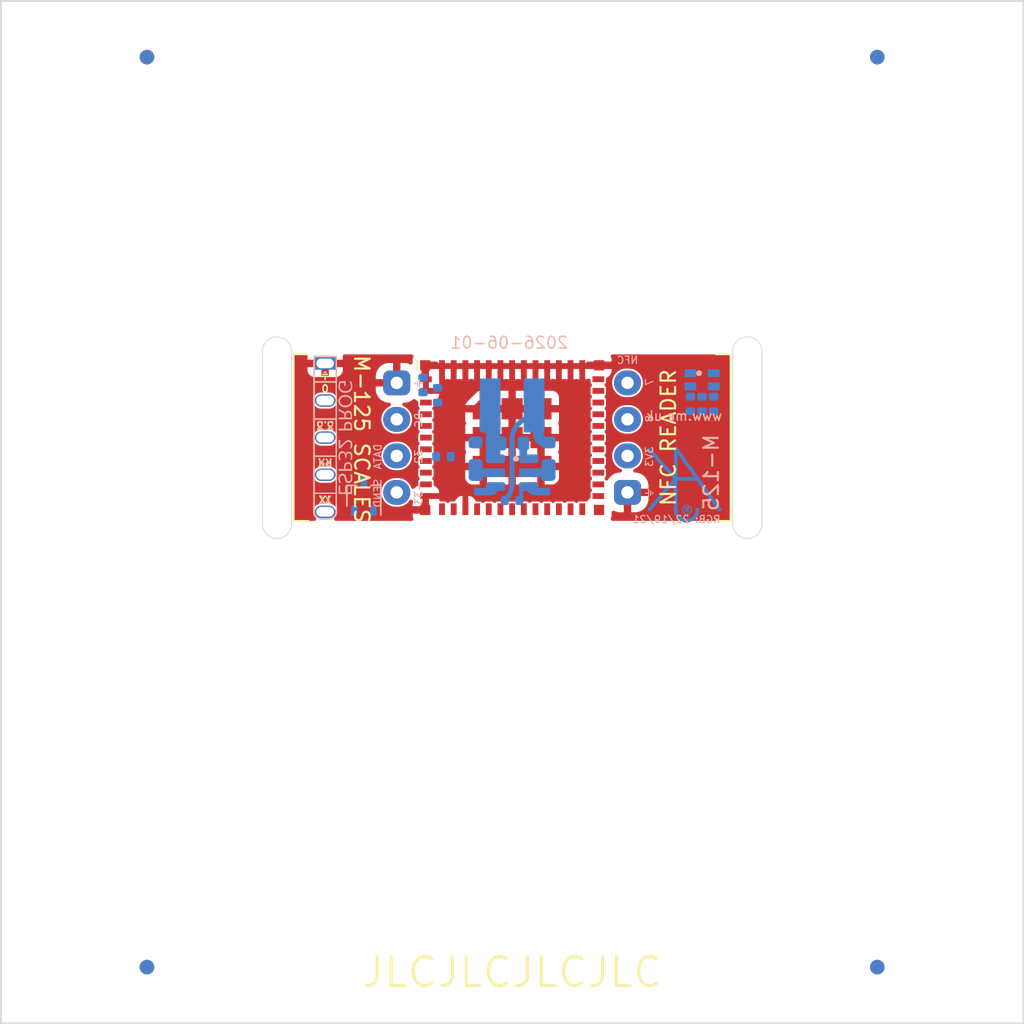
<source format=kicad_pcb>
(kicad_pcb (version 20221018) (generator pcbnew)
  (title_block (title "M-125 control") (date "${DATE}") (rev "1") (company "Adrian Kennard, Andrews & Arnold Ltd"))
  (layers (0 "F.Cu" signal) (31 "B.Cu" signal) (34 "B.Paste" user) (35 "F.Paste" user) (36 "B.SilkS" user "B.Silkscreen") (37 "F.SilkS" user "F.Silkscreen") (38 "B.Mask" user) (39 "F.Mask" user) (44 "Edge.Cuts" user))
  (net 0 "")
  (net 1 "GND")
  (net 2 "TX")
  (net 3 "RX")
  (net 4 "Net-(D3-RK)")
  (net 5 "Net-(D3-GK)")
  (net 6 "Net-(D3-BK)")
  (net 7 "Net-(J1-Pin_4)")
  (net 10 "EN")
  (net 16 "DC")
  (net 18 "DATA")
  (net 23 "GPIO0")
  (net 26 "R")
  (net 27 "G")
  (net 28 "B")
  (net 30 "NFCRX")
  (net 31 "+3V3")
  (net 32 "NFCTX")
  (net 33 "SEND")
  (footprint "RevK:ESP32-PICO-MINI-02" (layer "F.Cu") (at 100 94.9)
    (fp_text reference "U1" hide)
    (fp_text value "ESP32-PICO-MINI-02")
    (fp_line (start -6.5 -5.3) (end -6.5 -4.6) (stroke (width 0.12)) (layer "F.SilkS"))
    (pad "1" smd rect (at -5.9 -4) (size 0.8 0.4) (layers "F.Cu" "F.Paste" "F.Mask") (net 1 "GND"))
    (pad "2" smd rect (at -5.9 -3.2) (size 0.8 0.4) (layers "F.Cu" "F.Paste" "F.Mask") (net 1 "GND"))
    (pad "3" smd rect (at -5.9 -2.4) (size 0.8 0.4) (layers "F.Cu" "F.Paste" "F.Mask") (net 31 "+3V3"))
    (pad "4" smd rect (at -5.9 -1.6) (size 0.8 0.4) (layers "F.Cu" "F.Paste" "F.Mask"))
    (pad "5" smd rect (at -5.9 -0.8) (size 0.8 0.4) (layers "F.Cu" "F.Paste" "F.Mask"))
    (pad "6" smd rect (at -5.9 0) (size 0.8 0.4) (layers "F.Cu" "F.Paste" "F.Mask"))
    (pad "7" smd rect (at -5.9 0.8) (size 0.8 0.4) (layers "F.Cu" "F.Paste" "F.Mask"))
    (pad "8" smd rect (at -5.9 1.6) (size 0.8 0.4) (layers "F.Cu" "F.Paste" "F.Mask") (net 10 "EN"))
    (pad "9" smd rect (at -5.9 2.4) (size 0.8 0.4) (layers "F.Cu" "F.Paste" "F.Mask"))
    (pad "10" smd rect (at -5.9 3.2) (size 0.8 0.4) (layers "F.Cu" "F.Paste" "F.Mask"))
    (pad "11" smd rect (at -5.9 4) (size 0.8 0.4) (layers "F.Cu" "F.Paste" "F.Mask") (net 1 "GND"))
    (pad "12" smd rect (at -4.8 4.9) (size 0.4 0.8) (layers "F.Cu" "F.Paste" "F.Mask") (net 18 "DATA"))
    (pad "13" smd rect (at -4 4.9) (size 0.4 0.8) (layers "F.Cu" "F.Paste" "F.Mask") (net 33 "SEND"))
    (pad "14" smd rect (at -3.2 4.9) (size 0.4 0.8) (layers "F.Cu" "F.Paste" "F.Mask") (net 1 "GND"))
    (pad "15" smd rect (at -2.4 4.9) (size 0.4 0.8) (layers "F.Cu" "F.Paste" "F.Mask"))
    (pad "16" smd rect (at -1.6 4.9) (size 0.4 0.8) (layers "F.Cu" "F.Paste" "F.Mask"))
    (pad "17" smd rect (at -0.8 4.9) (size 0.4 0.8) (layers "F.Cu" "F.Paste" "F.Mask"))
    (pad "18" smd rect (at 0 4.9) (size 0.4 0.8) (layers "F.Cu" "F.Paste" "F.Mask"))
    (pad "19" smd rect (at 0.8 4.9) (size 0.4 0.8) (layers "F.Cu" "F.Paste" "F.Mask"))
    (pad "20" smd rect (at 1.6 4.9) (size 0.4 0.8) (layers "F.Cu" "F.Paste" "F.Mask"))
    (pad "21" smd rect (at 2.4 4.9) (size 0.4 0.8) (layers "F.Cu" "F.Paste" "F.Mask"))
    (pad "22" smd rect (at 3.2 4.9) (size 0.4 0.8) (layers "F.Cu" "F.Paste" "F.Mask"))
    (pad "23" smd rect (at 4 4.9) (size 0.4 0.8) (layers "F.Cu" "F.Paste" "F.Mask") (net 23 "GPIO0"))
    (pad "24" smd rect (at 4.8 4.9) (size 0.4 0.8) (layers "F.Cu" "F.Paste" "F.Mask"))
    (pad "25" smd rect (at 5.9 4) (size 0.8 0.4) (layers "F.Cu" "F.Paste" "F.Mask"))
    (pad "26" smd rect (at 5.9 3.2) (size 0.8 0.4) (layers "F.Cu" "F.Paste" "F.Mask"))
    (pad "27" smd rect (at 5.9 2.4) (size 0.8 0.4) (layers "F.Cu" "F.Paste" "F.Mask") (net 32 "NFCTX"))
    (pad "28" smd rect (at 5.9 1.6) (size 0.8 0.4) (layers "F.Cu" "F.Paste" "F.Mask") (net 30 "NFCRX"))
    (pad "29" smd rect (at 5.9 0.8) (size 0.8 0.4) (layers "F.Cu" "F.Paste" "F.Mask"))
    (pad "30" smd rect (at 5.9 0) (size 0.8 0.4) (layers "F.Cu" "F.Paste" "F.Mask") (net 3 "RX"))
    (pad "31" smd rect (at 5.9 -0.8) (size 0.8 0.4) (layers "F.Cu" "F.Paste" "F.Mask") (net 2 "TX"))
    (pad "32" smd rect (at 5.9 -1.6) (size 0.8 0.4) (layers "F.Cu" "F.Paste" "F.Mask"))
    (pad "33" smd rect (at 5.9 -2.4) (size 0.8 0.4) (layers "F.Cu" "F.Paste" "F.Mask") (net 27 "G"))
    (pad "34" smd rect (at 5.9 -3.2) (size 0.8 0.4) (layers "F.Cu" "F.Paste" "F.Mask") (net 26 "R"))
    (pad "35" smd rect (at 5.9 -4) (size 0.8 0.4) (layers "F.Cu" "F.Paste" "F.Mask") (net 28 "B"))
    (pad "36" smd rect (at 4.8 -4.9) (size 0.4 0.8) (layers "F.Cu" "F.Paste" "F.Mask") (net 1 "GND"))
    (pad "37" smd rect (at 4 -4.9) (size 0.4 0.8) (layers "F.Cu" "F.Paste" "F.Mask") (net 1 "GND"))
    (pad "38" smd rect (at 3.2 -4.9) (size 0.4 0.8) (layers "F.Cu" "F.Paste" "F.Mask") (net 1 "GND"))
    (pad "39" smd rect (at 2.4 -4.9) (size 0.4 0.8) (layers "F.Cu" "F.Paste" "F.Mask") (net 1 "GND"))
    (pad "40" smd rect (at 1.6 -4.9) (size 0.4 0.8) (layers "F.Cu" "F.Paste" "F.Mask") (net 1 "GND"))
    (pad "41" smd rect (at 0.8 -4.9) (size 0.4 0.8) (layers "F.Cu" "F.Paste" "F.Mask") (net 1 "GND"))
    (pad "42" smd rect (at 0 -4.9) (size 0.4 0.8) (layers "F.Cu" "F.Paste" "F.Mask") (net 1 "GND"))
    (pad "43" smd rect (at -0.8 -4.9) (size 0.4 0.8) (layers "F.Cu" "F.Paste" "F.Mask") (net 1 "GND"))
    (pad "44" smd rect (at -1.6 -4.9) (size 0.4 0.8) (layers "F.Cu" "F.Paste" "F.Mask") (net 1 "GND"))
    (pad "45" smd rect (at -2.4 -4.9) (size 0.4 0.8) (layers "F.Cu" "F.Paste" "F.Mask") (net 1 "GND"))
    (pad "46" smd rect (at -3.2 -4.9) (size 0.4 0.8) (layers "F.Cu" "F.Paste" "F.Mask") (net 1 "GND"))
    (pad "47" smd rect (at -4 -4.9) (size 0.4 0.8) (layers "F.Cu" "F.Paste" "F.Mask") (net 1 "GND"))
    (pad "48" smd rect (at -4.8 -4.9) (size 0.4 0.8) (layers "F.Cu" "F.Paste" "F.Mask") (net 1 "GND"))
    (pad "49" smd roundrect (at -1.975 -1.975) (size 1.45 1.45) (layers "F.Cu" "F.Paste" "F.Mask") (roundrect_rratio 0) (chamfer_ratio 0.41) (chamfer top_left) (net 1 "GND"))
    (pad "49" smd rect (at -1.975 0) (size 1.45 1.45) (layers "F.Cu" "F.Paste" "F.Mask") (net 1 "GND"))
    (pad "49" smd rect (at -1.975 1.975) (size 1.45 1.45) (layers "F.Cu" "F.Paste" "F.Mask") (net 1 "GND"))
    (pad "49" smd rect (at 0 -1.975) (size 1.45 1.45) (layers "F.Cu" "F.Paste" "F.Mask") (net 1 "GND"))
    (pad "49" smd rect (at 0 0) (size 1.45 1.45) (layers "F.Cu" "F.Paste" "F.Mask") (net 1 "GND"))
    (pad "49" smd rect (at 0 1.975) (size 1.45 1.45) (layers "F.Cu" "F.Paste" "F.Mask") (net 1 "GND"))
    (pad "49" smd rect (at 1.975 -1.975) (size 1.45 1.45) (layers "F.Cu" "F.Paste" "F.Mask") (net 1 "GND"))
    (pad "49" smd rect (at 1.975 0) (size 1.45 1.45) (layers "F.Cu" "F.Paste" "F.Mask") (net 1 "GND"))
    (pad "49" smd rect (at 1.975 1.975) (size 1.45 1.45) (layers "F.Cu" "F.Paste" "F.Mask") (net 1 "GND"))
    (pad "50" smd rect (at 5.95 -4.95) (size 0.7 0.7) (layers "F.Cu" "F.Paste" "F.Mask") (net 1 "GND"))
    (pad "51" smd rect (at 5.95 4.95) (size 0.7 0.7) (layers "F.Cu" "F.Paste" "F.Mask") (net 1 "GND"))
    (pad "52" smd rect (at -5.95 4.95) (size 0.7 0.7) (layers "F.Cu" "F.Paste" "F.Mask") (net 1 "GND"))
    (pad "53" smd rect (at -5.95 -4.95) (size 0.7 0.7) (layers "F.Cu" "F.Paste" "F.Mask") (net 1 "GND"))
    (zone (net 0) (net_name "") (layer "F.Cu") (connect_pads (clearance 0)) (min_thickness 0.01)
      (keepout (tracks not_allowed) (vias not_allowed) (pads not_allowed) (copperpour not_allowed) (footprints allowed))
      (fill (thermal_gap 0.508) (thermal_bridge_width 0.508))
      (polygon (pts (xy 93.4 83.9) (xy 106.6 83.9) (xy 106.6 89.3) (xy 93.4 89.3)))
    )
  )
  (footprint "RevK:PTSM-HH-4-RA" (layer "F.Cu") (at 92.1 94.9 -90)
    (fp_text reference "J1" hide)
    (fp_text value "Conn_01x04")
    (fp_line (start -5.7 7.05) (end -5.7 6.05) (stroke (width 0.12)) (layer "F.SilkS"))
    (fp_line (start -5.7 7.05) (end 5.7 7.05) (stroke (width 0.12)) (layer "F.SilkS"))
    (fp_line (start 5.7 7.05) (end 5.7 6.05) (stroke (width 0.12)) (layer "F.SilkS"))
    (pad "1" thru_hole roundrect (at -3.75 0 270) (size 1.7 1.85) (drill 0.85) (layers "*.Cu" "*.Mask") (net 1 "GND"))
    (pad "2" thru_hole oval (at -1.25 0 270) (size 1.7 1.85) (drill 0.85) (layers "*.Cu" "*.Mask") (net 16 "DC"))
    (pad "3" thru_hole oval (at 1.25 0 270) (size 1.7 1.85) (drill 0.85) (layers "*.Cu" "*.Mask") (net 18 "DATA"))
    (pad "4" thru_hole oval (at 3.75 0 270) (size 1.7 1.85) (drill 0.85) (layers "*.Cu" "*.Mask") (net 7 "Net-(J1-Pin_4)"))
  )
  (footprint "RevK:PCB7070" (layer "F.Cu") (at 100 100)
    (fp_text reference "PCB1" hide)
    (fp_text value "70x70" hide)
    (fp_text user "JLCJLCJLCJLC" (at 0 31.5 unlocked) (layer "F.SilkS") (effects (font (size 2 2) (thickness 0.2))))
    (fp_line (start -35 -35) (end 35 -35) (stroke (width 0.12)) (layer "Edge.Cuts"))
    (fp_line (start -35 35) (end -35 -35) (stroke (width 0.12)) (layer "Edge.Cuts"))
    (fp_line (start 35 -35) (end 35 35) (stroke (width 0.12)) (layer "Edge.Cuts"))
    (fp_line (start 35 35) (end -35 35) (stroke (width 0.12)) (layer "Edge.Cuts"))
    (pad "" np_thru_hole circle (at -33 33) (size 1.1 1.1) (drill 1.1) (layers "F&B.Cu" "*.Mask") (clearance 0.1))
    (pad "" np_thru_hole circle (at -30 -30) (size 2 2) (drill 2) (layers "F&B.Cu" "*.Mask") (clearance 0.1))
    (pad "" np_thru_hole circle (at -30 30) (size 2 2) (drill 2) (layers "F&B.Cu" "*.Mask") (clearance 0.1))
    (pad "" np_thru_hole circle (at 30 -30) (size 2 2) (drill 2) (layers "F&B.Cu" "*.Mask") (clearance 0.1))
    (pad "" np_thru_hole circle (at 30 30) (size 2 2) (drill 2) (layers "F&B.Cu" "*.Mask") (clearance 0.1))
    (pad "" np_thru_hole circle (at 33 -33) (size 1.1 1.1) (drill 1.1) (layers "F&B.Cu" "*.Mask") (clearance 0.1))
    (pad "1" smd circle (at -25 -31.15) (size 1 1) (property pad_prop_fiducial_loc) (layers "F.Cu" "F.Paste" "F.Mask") (clearance 0.5))
    (pad "1" smd circle (at -25 -31.15) (size 1 1) (property pad_prop_fiducial_loc) (layers "B.Cu" "B.Paste" "B.Mask") (clearance 0.5))
    (pad "1" smd circle (at -25 31.15) (size 1 1) (property pad_prop_fiducial_loc) (layers "F.Cu" "F.Paste" "F.Mask") (clearance 0.5))
    (pad "1" smd circle (at -25 31.15) (size 1 1) (property pad_prop_fiducial_loc) (layers "B.Cu" "B.Paste" "B.Mask") (clearance 0.5))
    (pad "1" smd circle (at 25 -31.15) (size 1 1) (property pad_prop_fiducial_loc) (layers "F.Cu" "F.Paste" "F.Mask") (clearance 0.5))
    (pad "1" smd circle (at 25 -31.15) (size 1 1) (property pad_prop_fiducial_loc) (layers "B.Cu" "B.Paste" "B.Mask") (clearance 0.5))
    (pad "1" smd circle (at 25 31.15) (size 1 1) (property pad_prop_fiducial_loc) (layers "F.Cu" "F.Paste" "F.Mask") (clearance 0.5))
    (pad "1" smd circle (at 25 31.15) (size 1 1) (property pad_prop_fiducial_loc) (layers "B.Cu" "B.Paste" "B.Mask") (clearance 0.5))
  )
  (footprint "RevK:PTSM-HH-4-RA" (layer "F.Cu") (at 107.9 94.9 90)
    (fp_text reference "J2" hide)
    (fp_text value "Conn_01x04")
    (fp_line (start -5.7 7.05) (end -5.7 6.05) (stroke (width 0.12)) (layer "F.SilkS"))
    (fp_line (start -5.7 7.05) (end 5.7 7.05) (stroke (width 0.12)) (layer "F.SilkS"))
    (fp_line (start 5.7 7.05) (end 5.7 6.05) (stroke (width 0.12)) (layer "F.SilkS"))
    (pad "1" thru_hole roundrect (at -3.75 0 90) (size 1.7 1.85) (drill 0.85) (layers "*.Cu" "*.Mask") (net 1 "GND"))
    (pad "2" thru_hole oval (at -1.25 0 90) (size 1.7 1.85) (drill 0.85) (layers "*.Cu" "*.Mask") (net 31 "+3V3"))
    (pad "3" thru_hole oval (at 1.25 0 90) (size 1.7 1.85) (drill 0.85) (layers "*.Cu" "*.Mask") (net 30 "NFCRX"))
    (pad "4" thru_hole oval (at 3.75 0 90) (size 1.7 1.85) (drill 0.85) (layers "*.Cu" "*.Mask") (net 32 "NFCTX"))
  )
  (footprint "RevK:VCUT70" (layer "F.Cu") (at 100 89)
    (fp_text reference "V1" hide)
    (fp_text value "~")
    (zone (net 0) (net_name "") (layers "F.Cu" "Cmts.User") (connect_pads (clearance 0)) (min_thickness 0.25)
      (keepout (tracks not_allowed) (vias not_allowed) (pads not_allowed) (copperpour not_allowed) (footprints allowed))
      (fill (thermal_gap 0.5) (thermal_bridge_width 0.5))
      (polygon (pts (xy 135 89.2) (xy 135 88.8) (xy 65 88.8) (xy 65 89.2)))
    )
  )
  (footprint "RevK:VCUT70" (layer "F.Cu") (at 100 100.8 180)
    (fp_text reference "V2" hide)
    (fp_text value "~")
    (zone (net 0) (net_name "") (layers "F.Cu" "Cmts.User") (connect_pads (clearance 0)) (min_thickness 0.25)
      (keepout (tracks not_allowed) (vias not_allowed) (pads not_allowed) (copperpour not_allowed) (footprints allowed))
      (fill (thermal_gap 0.5) (thermal_bridge_width 0.5))
      (polygon (pts (xy 65 100.6) (xy 65 101) (xy 135 101) (xy 135 100.6)))
    )
  )
  (footprint "RevK:LED-RGB-1.6x1.6" (layer "B.Cu") (at 113 90.94)
    (fp_text reference "D3" hide)
    (fp_text value "RGB")
    (fp_circle (center -0.2 -0.45) (end 0 -0.45) (fill solid) (layer "B.SilkS"))
    (pad "1" smd rect (at -0.8 -0.45) (size 0.8 0.55) (layers "B.Cu" "B.Paste" "B.Mask") (net 4 "Net-(D3-RK)"))
    (pad "2" smd rect (at -0.8 0.45) (size 0.8 0.55) (layers "B.Cu" "B.Paste" "B.Mask") (net 5 "Net-(D3-GK)"))
    (pad "3" smd rect (at 0.8 0.45) (size 0.8 0.55) (layers "B.Cu" "B.Paste" "B.Mask") (net 6 "Net-(D3-BK)"))
    (pad "4" smd rect (at 0.8 -0.45) (size 0.8 0.55) (layers "B.Cu" "B.Paste" "B.Mask") (net 31 "+3V3"))
  )
  (footprint "RevK:Shelly" (layer "B.Cu") (at 87.2 94.9 90)
    (fp_text reference "J3" hide)
    (fp_text value "Shelly" hide)
    (fp_text user "3.3" (at 0.85 0 180 unlocked) (layer "B.SilkS") (effects (font (size 0.5 0.5) (thickness 0.1) bold) (justify mirror)))
    (fp_text user "RX" (at -1.69 0 180 unlocked) (layer "B.SilkS") (effects (font (size 0.5 0.5) (thickness 0.1) bold) (justify mirror)))
    (fp_text user "TX" (at -4.23 0 180 unlocked) (layer "B.SilkS") (effects (font (size 0.5 0.5) (thickness 0.1) bold) (justify mirror)))
    (fp_text user "ESP32 PROG" (at -0.01 1.3 -90 unlocked) (layer "B.SilkS") (effects (font (size 0.9 0.9) (thickness 0.1)) (justify mirror)))
    (fp_text user "3.3" (at 0.85 0 180 unlocked) (layer "F.SilkS") (effects (font (size 0.5 0.5) (thickness 0.1) bold)))
    (fp_text user "RX" (at -1.69 0 180 unlocked) (layer "F.SilkS") (effects (font (size 0.5 0.5) (thickness 0.1) bold)))
    (fp_text user "⏚" (at 4.25 0 180 unlocked) (layer "F.SilkS") (effects (font (size 0.5 0.5) (thickness 0.1) bold)))
    (fp_text user "TX" (at -4.23 0 180 unlocked) (layer "F.SilkS") (effects (font (size 0.5 0.5) (thickness 0.1) bold)))
    (fp_text user "0" (at 3.39 0 180 unlocked) (layer "F.SilkS") (effects (font (size 0.5 0.5) (thickness 0.1) bold)))
    (fp_line (start -5.565 0.28) (end -5.565 -0.28) (stroke (width 0.1)) (layer "B.SilkS"))
    (fp_line (start -5.08 0.76) (end 5.565 0.76) (stroke (width 0.1)) (layer "B.SilkS"))
    (fp_line (start -3.81 0.76) (end -3.81 -0.76) (stroke (width 0.1)) (layer "B.SilkS"))
    (fp_line (start -1.27 0.76) (end -1.27 -0.76) (stroke (width 0.1)) (layer "B.SilkS"))
    (fp_line (start 1.27 0.76) (end 1.27 -0.76) (stroke (width 0.1)) (layer "B.SilkS"))
    (fp_line (start 3.81 0.76) (end 3.81 -0.76) (stroke (width 0.1)) (layer "B.SilkS"))
    (fp_line (start 5.565 -0.76) (end -5.08 -0.76) (stroke (width 0.1)) (layer "B.SilkS"))
    (fp_line (start 5.565 0.76) (end 5.565 -0.76) (stroke (width 0.1)) (layer "B.SilkS"))
    (fp_arc (start -5.565 -0.28) (mid -5.421911 -0.620447) (end -5.08 -0.76) (stroke (width 0.1)) (layer "B.SilkS"))
    (fp_arc (start -5.08 0.76) (mid -5.421911 0.620447) (end -5.565 0.28) (stroke (width 0.1)) (layer "B.SilkS"))
    (fp_line (start -5.565 -0.28) (end -5.565 0.28) (stroke (width 0.1)) (layer "F.SilkS"))
    (fp_line (start -5.08 -0.76) (end 5.565 -0.76) (stroke (width 0.1)) (layer "F.SilkS"))
    (fp_line (start -3.81 -0.76) (end -3.81 0.76) (stroke (width 0.1)) (layer "F.SilkS"))
    (fp_line (start -1.27 -0.76) (end -1.27 0.76) (stroke (width 0.1)) (layer "F.SilkS"))
    (fp_line (start 1.27 -0.76) (end 1.27 0.76) (stroke (width 0.1)) (layer "F.SilkS"))
    (fp_line (start 3.81 -0.76) (end 3.81 0.76) (stroke (width 0.1)) (layer "F.SilkS"))
    (fp_line (start 5.565 -0.76) (end 5.565 0.76) (stroke (width 0.1)) (layer "F.SilkS"))
    (fp_line (start 5.565 0.76) (end -5.08 0.76) (stroke (width 0.1)) (layer "F.SilkS"))
    (fp_arc (start -5.565 -0.28) (mid -5.421911 -0.620447) (end -5.08 -0.76) (stroke (width 0.1)) (layer "F.SilkS"))
    (fp_arc (start -5.08 0.76) (mid -5.421911 0.620447) (end -5.565 0.28) (stroke (width 0.1)) (layer "F.SilkS"))
    (pad "1" thru_hole rect (at 5.08 0 180) (size 1.4 0.85) (drill oval 1.2 0.65) (layers "*.Cu" "*.Mask") (net 1 "GND"))
    (pad "2" thru_hole oval (at 2.54 0 180) (size 1.4 0.85) (drill oval 1.2 0.65) (layers "*.Cu" "*.Mask") (net 23 "GPIO0"))
    (pad "3" thru_hole oval (at 0 0 180) (size 1.4 0.85) (drill oval 1.2 0.65) (layers "*.Cu" "*.Mask") (net 31 "+3V3"))
    (pad "4" thru_hole oval (at -2.54 0 180) (size 1.4 0.85) (drill oval 1.2 0.65) (layers "*.Cu" "*.Mask") (net 3 "RX"))
    (pad "5" thru_hole oval (at -5.08 0 180) (size 1.4 0.85) (drill oval 1.2 0.65) (layers "*.Cu" "*.Mask") (net 2 "TX"))
  )
  (footprint "RevK:C_0603_" (layer "B.Cu") (at 82.507858 97.96 180)
    (fp_text reference "C7" hide)
    (fp_text value "10uF 6.3V")
  )
  (footprint "RevK:R_0402" (layer "B.Cu") (at 113.8 92.6 -90)
    (fp_text reference "R9" hide)
    (fp_text value "220R" hide)
    (pad "1" smd roundrect (at -0.5 0 270) (size 0.54 0.64) (layers "B.Cu" "B.Paste" "B.Mask") (net 6 "Net-(D3-BK)"))
    (pad "2" smd roundrect (at 0.5 0 270) (size 0.54 0.64) (layers "B.Cu" "B.Paste" "B.Mask") (net 28 "B"))
  )
  (footprint "RevK:C_0402" (layer "B.Cu") (at 95.3 96.2 180)
    (fp_text reference "C1" hide)
    (fp_text value "1uF" hide)
    (pad "1" smd roundrect (at -0.5 0 180) (size 0.54 0.64) (layers "B.Cu" "B.Paste" "B.Mask") (net 1 "GND"))
    (pad "2" smd roundrect (at 0.5 0 180) (size 0.54 0.64) (layers "B.Cu" "B.Paste" "B.Mask") (net 10 "EN"))
  )
  (footprint "RevK:L_4x4_" (layer "B.Cu") (at 81.307858 103.4 180)
    (fp_text reference "L2" hide)
    (fp_text value "10uH")
  )
  (footprint "RevK:AJK" (layer "B.Cu") (at 111.2 97.725 180)
    (fp_text reference "Logo1" hide)
    (fp_text value "AJK" hide)
    (fp_text user "www.me.uk" (at -0.57 4.31 unlocked) (layer "B.SilkS") (effects (font (size 0.65 0.65) (thickness 0.1)) (justify mirror)))
    (fp_line (start -0.85 -2.11) (end -0.75 -2.11) (stroke (width 0.08)) (layer "B.Cu"))
    (fp_line (start -0.85 -1.95) (end -0.85 -2.25) (stroke (width 0.08)) (layer "B.Cu"))
    (fp_line (start -0.85 -1.95) (end -0.75 -1.95) (stroke (width 0.08)) (layer "B.Cu"))
    (fp_line (start -0.75 -2.11) (end -0.65 -2.25) (stroke (width 0.08)) (layer "B.Cu"))
    (fp_line (start 0 0) (end -1.5 0) (stroke (width 0.25)) (layer "B.Cu"))
    (fp_line (start 0 0) (end 1.8 -2.1) (stroke (width 0.25)) (layer "B.Cu"))
    (fp_line (start 0 2.1) (end -3 -2.1) (stroke (width 0.25)) (layer "B.Cu"))
    (fp_line (start 0 2.1) (end 0 -2.1) (stroke (width 0.25)) (layer "B.Cu"))
    (fp_line (start 1.8 2) (end 0 0) (stroke (width 0.25)) (layer "B.Cu"))
    (fp_arc (start -1.5 -2.1) (mid -0.75 -2.85) (end 0 -2.1) (stroke (width 0.25)) (layer "B.Cu"))
    (fp_arc (start -0.75 -2.11) (mid -0.67 -2.03) (end -0.75 -1.95) (stroke (width 0.08)) (layer "B.Cu"))
    (fp_circle (center -0.77 -2.11) (end -0.47 -2.11) (stroke (width 0.08)) (fill none) (layer "B.Cu"))
  )
  (footprint "RevK:R_0402" (layer "B.Cu") (at 94.9 92 -90)
    (fp_text reference "R4" hide)
    (fp_text value "10K" hide)
    (pad "1" smd roundrect (at -0.5 0 270) (size 0.54 0.64) (layers "B.Cu" "B.Paste" "B.Mask") (net 31 "+3V3"))
    (pad "2" smd roundrect (at 0.5 0 270) (size 0.54 0.64) (layers "B.Cu" "B.Paste" "B.Mask") (net 10 "EN"))
  )
  (footprint "RevK:C_0603_" (layer "B.Cu") (at 82.507858 96.04 180)
    (fp_text reference "C6" hide)
    (fp_text value "10uF 35V")
  )
  (footprint "RevK:R_0402_" (layer "B.Cu") (at 82.557858 80.8 180)
    (fp_text reference "R10" hide)
    (fp_text value "124k" hide)
  )
  (footprint "RevK:C_0402" (layer "B.Cu") (at 93.9 91.3 90)
    (fp_text reference "C2" hide)
    (fp_text value "100nF" hide)
    (pad "1" smd roundrect (at -0.5 0 90) (size 0.54 0.64) (layers "B.Cu" "B.Paste" "B.Mask") (net 31 "+3V3"))
    (pad "2" smd roundrect (at 0.5 0 90) (size 0.54 0.64) (layers "B.Cu" "B.Paste" "B.Mask") (net 1 "GND"))
  )
  (footprint "RevK:R_0402" (layer "B.Cu") (at 113 92.6 -90)
    (fp_text reference "R7" hide)
    (fp_text value "680R" hide)
    (pad "1" smd roundrect (at -0.5 0 270) (size 0.54 0.64) (layers "B.Cu" "B.Paste" "B.Mask") (net 4 "Net-(D3-RK)"))
    (pad "2" smd roundrect (at 0.5 0 270) (size 0.54 0.64) (layers "B.Cu" "B.Paste" "B.Mask") (net 26 "R"))
  )
  (footprint "Package_TO_SOT_SMD:SOT-323_SC-70" (layer "B.Cu") (at 89.85 98.9 90)
    (fp_text reference "Q1" hide)
    (fp_text value "PMF250XNEX")
    (fp_line (start -0.68 -1.16) (end 0.73 -1.16) (stroke (width 0.12)) (layer "B.SilkS"))
    (fp_line (start 0.73 -0.5) (end 0.73 -1.16) (stroke (width 0.12)) (layer "B.SilkS"))
    (fp_line (start 0.73 1.16) (end -1.3 1.16) (stroke (width 0.12)) (layer "B.SilkS"))
    (fp_line (start 0.73 1.16) (end 0.73 0.5) (stroke (width 0.12)) (layer "B.SilkS"))
    (pad "1" smd rect (at -1 0.65 180) (size 0.45 0.7) (layers "B.Cu" "B.Paste" "B.Mask") (net 33 "SEND"))
    (pad "2" smd rect (at -1 -0.65 180) (size 0.45 0.7) (layers "B.Cu" "B.Paste" "B.Mask") (net 1 "GND"))
    (pad "3" smd rect (at 1 0 180) (size 0.45 0.7) (layers "B.Cu" "B.Paste" "B.Mask") (net 7 "Net-(J1-Pin_4)"))
  )
  (footprint "RevK:R_0402_" (layer "B.Cu") (at 82.557858 82.64 180)
    (fp_text reference "R11" hide)
    (fp_text value "39k2" hide)
  )
  (footprint "RevK:C_0603_" (layer "B.Cu") (at 82.507858 99.88 180)
    (fp_text reference "C8" hide)
    (fp_text value "100nF")
  )
  (footprint "RevK:R_0402" (layer "B.Cu") (at 112.2 92.6 -90)
    (fp_text reference "R8" hide)
    (fp_text value "2K" hide)
    (pad "1" smd roundrect (at -0.5 0 270) (size 0.54 0.64) (layers "B.Cu" "B.Paste" "B.Mask") (net 5 "Net-(D3-GK)"))
    (pad "2" smd roundrect (at 0.5 0 270) (size 0.54 0.64) (layers "B.Cu" "B.Paste" "B.Mask") (net 27 "G"))
  )
  (footprint "RevK:SOT-23-6-MD8942" (layer "B.Cu") (at 100 97.3)
    (fp_text reference "U3" hide)
    (fp_text value "MD8942")
    (fp_circle (center 0.27 -0.95) (end 0.47 -0.95) (fill solid) (layer "B.SilkS"))
    (pad "1" smd rect (at 0.7625 -1.5) (size 0.525 0.8) (layers "B.Cu"))
    (pad "1" smd roundrect (at 0.775 -2) (size 0.8 0.95) (layers "B.Cu" "B.Paste" "B.Mask"))
    (pad "1" smd roundrect (at 1.1375 -0.95) (size 1.325 0.6) (layers "B.Cu" "B.Paste" "B.Mask"))
    (pad "2" smd roundrect (at 1.1375 0) (size 1.325 0.6) (layers "B.Cu" "B.Paste" "B.Mask") (net 1 "GND"))
    (pad "2" smd rect (at 1.8 0) (size 0.8 0.6) (layers "B.Cu") (net 1 "GND"))
    (pad "2" smd roundrect (at 2.3 0.3 90) (size 0.54 0.64) (layers "B.Cu" "B.Paste" "B.Mask") (net 1 "GND"))
    (pad "2" smd roundrect (at 2.5 -0.525) (size 0.95 0.8) (layers "B.Cu" "B.Paste" "B.Mask") (net 1 "GND"))
    (pad "2" smd roundrect (at 2.5 0) (size 0.95 1.125) (layers "B.Cu") (net 1 "GND"))
    (pad "3" smd roundrect (at 0.5 1.9) (size 0.54 0.64) (layers "B.Cu" "B.Paste" "B.Mask"))
    (pad "3" smd rect (at 0.625 1.355) (size 0.29 0.89) (layers "B.Cu"))
    (pad "3" smd roundrect (at 1.1375 0.95) (size 1.325 0.6) (layers "B.Cu" "B.Paste" "B.Mask"))
    (pad "3" smd custom (at 1.98 1.3) (size 0.8 0.5) (layers "B.Cu") (options (clearance outline) (anchor rect)) (primitives (gr_arc (start -0.4 0) (mid -0.682843 -0.117157) (end -0.8 -0.4) (width 0.5))))
    (pad "3" smd roundrect (at 2.3 1.3 90) (size 0.54 0.64) (layers "B.Cu" "B.Paste" "B.Mask"))
    (pad "4" smd roundrect (at -2.3 1.3 270) (size 0.54 0.64) (layers "B.Cu" "B.Paste" "B.Mask"))
    (pad "4" smd custom (at -1.9 1.3) (size 0.8 0.5) (layers "B.Cu") (options (clearance outline) (anchor rect)) (primitives (gr_arc (start 0.8 -0.4) (mid 0.682843 -0.117157) (end 0.4 0) (width 0.5))))
    (pad "4" smd roundrect (at -1.1375 0.95) (size 1.325 0.6) (layers "B.Cu" "B.Paste" "B.Mask"))
    (pad "5" smd roundrect (at -2.5 -0.525) (size 0.95 0.8) (layers "B.Cu" "B.Paste" "B.Mask") (net 16 "DC"))
    (pad "5" smd roundrect (at -2.5 0) (size 0.95 1.125) (layers "B.Cu") (net 16 "DC"))
    (pad "5" smd roundrect (at -2.3 0.3 270) (size 0.54 0.64) (layers "B.Cu" "B.Paste" "B.Mask") (net 16 "DC"))
    (pad "5" smd rect (at -1.8 0) (size 0.8 0.6) (layers "B.Cu") (net 16 "DC"))
    (pad "5" smd roundrect (at -1.1375 0) (size 1.325 0.6) (layers "B.Cu" "B.Paste" "B.Mask") (net 16 "DC"))
    (pad "6" smd rect (at -1.5 -4.6) (size 1.425 3.7) (layers "B.Cu" "B.Mask"))
    (pad "6" smd rect (at -1.3 -1.975) (size 1 2) (layers "B.Cu"))
    (pad "6" smd roundrect (at -1.1375 -0.95) (size 1.325 0.6) (layers "B.Cu" "B.Paste" "B.Mask"))
    (pad "6" smd roundrect (at -0.775 -2) (size 0.8 0.95) (layers "B.Cu" "B.Paste" "B.Mask"))
    (pad "7" smd roundrect (at -2.5 -2.075) (size 0.95 0.8) (layers "B.Cu" "B.Paste" "B.Mask") (net 1 "GND"))
    (pad "8" smd roundrect (at -0.5 1.9) (size 0.54 0.64) (layers "B.Cu" "B.Paste" "B.Mask") (net 31 "+3V3"))
    (pad "8" smd custom (at 0 -0.8) (size 0.35 3) (layers "B.Cu") (net 31 "+3V3") (options (clearance outline) (anchor rect)) (primitives (gr_arc (start 0.001198 1.5) (mid -0.129059 2.154847) (end -0.5 2.71) (width 0.35)) (gr_arc (start 0 -1.5) (mid 0.43934 -2.56066) (end 1.5 -3) (width 0.35))))
    (pad "8" smd rect (at 1.5 -4.6) (size 1.425 3.7) (layers "B.Cu" "B.Mask") (net 31 "+3V3"))
    (pad "8" smd custom (at 1.8 -3.6) (size 0.7 2) (layers "B.Cu") (net 31 "+3V3") (options (clearance outline) (anchor rect)) (primitives (gr_arc (start 0.5 1.5) (mid 0.146447 1.353553) (end 0 1) (width 0.7))))
    (pad "8" smd roundrect (at 2.5 -2.075) (size 0.95 0.8) (layers "B.Cu" "B.Paste" "B.Mask") (net 31 "+3V3"))
  )
  (footprint "RevK:R_0402_" (layer "B.Cu") (at 82.557858 84.48 180)
    (fp_text reference "R12" hide)
    (fp_text value "1M" hide)
  )
  (gr_arc (start 117.1 100.8) (mid 116.1 101.8) (end 115.1 100.8) (stroke (width 0.05)) (layer "Edge.Cuts"))
  (gr_line (start 84.9 100.8) (end 84.9 89) (stroke (width 0.05)) (layer "Edge.Cuts"))
  (gr_line (start 117.1 100.8) (end 117.1 89) (stroke (width 0.05)) (layer "Edge.Cuts"))
  (gr_arc (start 115.1 89) (mid 116.1 88) (end 117.1 89) (stroke (width 0.05)) (layer "Edge.Cuts"))
  (gr_line (start 115.1 100.8) (end 115.1 89) (stroke (width 0.05)) (layer "Edge.Cuts"))
  (gr_arc (start 82.9 89) (mid 83.9 88) (end 84.9 89) (stroke (width 0.05)) (layer "Edge.Cuts"))
  (gr_arc (start 84.9 100.8) (mid 83.9 101.8) (end 82.9 100.8) (stroke (width 0.05)) (layer "Edge.Cuts"))
  (gr_line (start 82.9 100.8) (end 82.9 89) (stroke (width 0.05)) (layer "Edge.Cuts"))
  (gr_text "DATA" (at 90.8 96.2 90) (layer "B.SilkS") (effects (font (size 0.5 0.5) (thickness 0.08)) (justify mirror)))
  (gr_text "32" (at 93.6 96.2 90) (layer "B.SilkS") (effects (font (size 0.5 0.5) (thickness 0.08)) (justify mirror)))
  (gr_text "${CURRENT_DATE}" (at 99.8 88.4) (layer "B.SilkS") (effects (font (size 0.8 0.8) (thickness 0.1)) (justify mirror)))
  (gr_text "DC" (at 93.6 93.7 90) (layer "B.SilkS") (effects (font (size 0.5 0.5) (thickness 0.08)) (justify mirror)))
  (gr_text "SEND" (at 90.8 98.7 90) (layer "B.SilkS") (effects (font (size 0.5 0.5) (thickness 0.08)) (justify mirror)))
  (gr_text "M-125" (at 113.63 97.3 90) (layer "B.SilkS") (effects (font (size 1 1)) (justify mirror)))
  (gr_text "⏚" (at 109.4 98.7 90) (layer "B.SilkS") (effects (font (size 0.5 0.5) (thickness 0.08)) (justify mirror)))
  (gr_text "-33" (at 93.6 98.7 90) (layer "B.SilkS") (effects (font (size 0.5 0.5) (thickness 0.08)) (justify mirror)))
  (gr_text "7" (at 109.4 91.1 90) (layer "B.SilkS") (effects (font (size 0.5 0.5) (thickness 0.08)) (justify mirror)))
  (gr_text "RGB: 22/19/21" (at 111.25 100.5) (layer "B.SilkS") (effects (font (size 0.5 0.5) (thickness 0.08)) (justify mirror)))
  (gr_text "8" (at 109.4 93.6 90) (layer "B.SilkS") (effects (font (size 0.5 0.5) (thickness 0.08)) (justify mirror)))
  (gr_text "NFC" (at 107.9 89.6) (layer "B.SilkS") (effects (font (size 0.5 0.5) (thickness 0.08)) (justify mirror)))
  (gr_text "3V3" (at 109.4 96.2 90) (layer "B.SilkS") (effects (font (size 0.5 0.5) (thickness 0.08)) (justify mirror)))
  (gr_text "⏚" (at 93.6 91.2 -90) (layer "B.SilkS") (effects (font (size 0.5 0.5) (thickness 0.08)) (justify mirror)))
  (gr_text "NFC READER" (at 110.7 94.9 90) (layer "F.SilkS") (effects (font (size 1 1))))
  (gr_text "M-125 SCALES" (at 89.7 95 -90) (layer "F.SilkS") (effects (font (size 1 1))))
  (zone (net 1) (net_name "GND") (layers "F&B.Cu") (connect_pads (clearance 0.125)) (min_thickness 0.254) (fill yes (thermal_gap 0.508) (thermal_bridge_width 0.508))
    (polygon (pts (xy 115.1 100.8) (xy 84.9 100.8) (xy 84.9 89) (xy 115.1 89)))
  )
)
</source>
